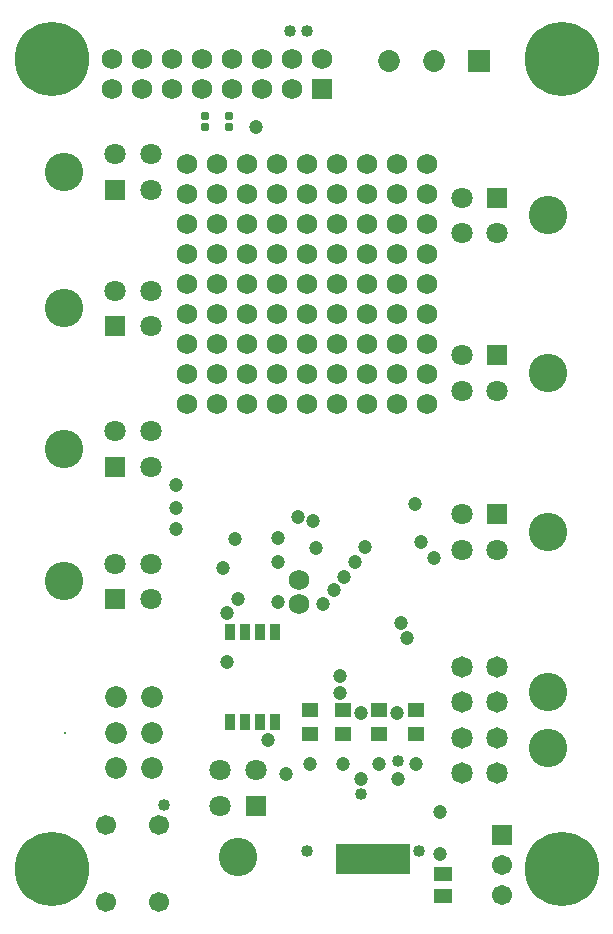
<source format=gbr>
%TF.GenerationSoftware,Altium Limited,Altium Designer,20.1.14 (287)*%
G04 Layer_Color=8388736*
%FSLAX25Y25*%
%MOIN*%
%TF.SameCoordinates,66620FBD-E1AE-4FB5-826F-034038840454*%
%TF.FilePolarity,Negative*%
%TF.FileFunction,Soldermask,Top*%
%TF.Part,Single*%
G01*
G75*
%TA.AperFunction,NonConductor*%
%ADD50R,0.25000X0.10000*%
%TA.AperFunction,SMDPad,CuDef*%
%ADD52R,0.06312X0.04934*%
%TA.AperFunction,ComponentPad*%
%ADD57C,0.06800*%
%ADD58C,0.12808*%
%ADD59C,0.07119*%
%ADD60R,0.07119X0.07119*%
%ADD61R,0.06902X0.06902*%
%ADD62C,0.06902*%
%ADD63C,0.07178*%
%ADD64C,0.06698*%
%ADD65R,0.04600X0.04600*%
%ADD66C,0.04600*%
%ADD67R,0.07119X0.07119*%
%ADD68R,0.07296X0.07296*%
%ADD69C,0.07296*%
%ADD70C,0.07217*%
%ADD71C,0.00800*%
%ADD72R,0.06706X0.06706*%
%ADD73C,0.06706*%
%TA.AperFunction,ViaPad*%
%ADD74C,0.04737*%
%ADD75C,0.24800*%
%TA.AperFunction,SMDPad,CuDef*%
%ADD83C,0.04000*%
%ADD84R,0.03792X0.05800*%
%ADD85R,0.05524X0.05131*%
G04:AMPARAMS|DCode=86|XSize=29.65mil|YSize=27.69mil|CornerRadius=6.46mil|HoleSize=0mil|Usage=FLASHONLY|Rotation=0.000|XOffset=0mil|YOffset=0mil|HoleType=Round|Shape=RoundedRectangle|*
%AMROUNDEDRECTD86*
21,1,0.02965,0.01476,0,0,0.0*
21,1,0.01673,0.02769,0,0,0.0*
1,1,0.01292,0.00837,-0.00738*
1,1,0.01292,-0.00837,-0.00738*
1,1,0.01292,-0.00837,0.00738*
1,1,0.01292,0.00837,0.00738*
%
%ADD86ROUNDEDRECTD86*%
D50*
X122000Y18500D02*
D03*
D52*
X145500Y6020D02*
D03*
Y13500D02*
D03*
D57*
X130000Y250000D02*
D03*
X120000D02*
D03*
X110000D02*
D03*
X60000Y190000D02*
D03*
Y170000D02*
D03*
Y180000D02*
D03*
X97500Y103500D02*
D03*
Y111500D02*
D03*
X140000Y190000D02*
D03*
Y180000D02*
D03*
Y170000D02*
D03*
Y200000D02*
D03*
Y230000D02*
D03*
X120000Y170000D02*
D03*
X130000D02*
D03*
X140000Y210000D02*
D03*
Y220000D02*
D03*
X110000Y170000D02*
D03*
X100000D02*
D03*
X90000D02*
D03*
X80000D02*
D03*
X70000D02*
D03*
X60000Y210000D02*
D03*
X100000Y250000D02*
D03*
X90000D02*
D03*
X80000D02*
D03*
X130000Y240000D02*
D03*
X120000D02*
D03*
X110000D02*
D03*
X100000D02*
D03*
X90000D02*
D03*
X80000D02*
D03*
X110000Y230000D02*
D03*
X100000D02*
D03*
X90000D02*
D03*
X80000D02*
D03*
X70000D02*
D03*
X60000Y220000D02*
D03*
X70000Y190000D02*
D03*
X80000Y220000D02*
D03*
X70000D02*
D03*
X140000Y250000D02*
D03*
X90000Y190000D02*
D03*
X80000Y180000D02*
D03*
X120000Y230000D02*
D03*
X130000D02*
D03*
X140000Y240000D02*
D03*
X90000Y180000D02*
D03*
X70000Y210000D02*
D03*
X130000Y220000D02*
D03*
X120000D02*
D03*
X110000D02*
D03*
X100000D02*
D03*
X90000D02*
D03*
X130000Y210000D02*
D03*
X120000D02*
D03*
X110000D02*
D03*
X100000D02*
D03*
X90000D02*
D03*
X80000D02*
D03*
X120000Y200000D02*
D03*
X110000D02*
D03*
X100000D02*
D03*
X90000D02*
D03*
X80000D02*
D03*
X70000D02*
D03*
Y250000D02*
D03*
X100000Y190000D02*
D03*
X70000Y180000D02*
D03*
X130000D02*
D03*
X120000D02*
D03*
X110000D02*
D03*
X100000D02*
D03*
X70000Y240000D02*
D03*
X80000Y190000D02*
D03*
X60000Y200000D02*
D03*
X130000D02*
D03*
X60000Y230000D02*
D03*
X110000Y190000D02*
D03*
X130000D02*
D03*
X120000D02*
D03*
X60000Y240000D02*
D03*
Y250000D02*
D03*
D58*
X19193Y155095D02*
D03*
X180500Y74004D02*
D03*
Y55500D02*
D03*
Y233000D02*
D03*
Y180500D02*
D03*
Y127500D02*
D03*
X19193Y111000D02*
D03*
Y202000D02*
D03*
Y247500D02*
D03*
X77000Y19193D02*
D03*
D59*
X48012Y161000D02*
D03*
Y149189D02*
D03*
X36201Y161000D02*
D03*
X151681Y227095D02*
D03*
Y238906D02*
D03*
X163492Y227095D02*
D03*
X151681Y174594D02*
D03*
Y186406D02*
D03*
X163492Y174594D02*
D03*
X151681Y121595D02*
D03*
Y133405D02*
D03*
X163492Y121595D02*
D03*
X48012Y116905D02*
D03*
Y105095D02*
D03*
X36201Y116905D02*
D03*
X48012Y207906D02*
D03*
Y196095D02*
D03*
X36201Y207906D02*
D03*
X48012Y253405D02*
D03*
Y241595D02*
D03*
X36201Y253405D02*
D03*
X71095Y48012D02*
D03*
X82906D02*
D03*
X71095Y36201D02*
D03*
D60*
X36201Y149189D02*
D03*
X163492Y238906D02*
D03*
Y186406D02*
D03*
Y133405D02*
D03*
X36201Y105095D02*
D03*
Y196095D02*
D03*
Y241595D02*
D03*
D61*
X105000Y275000D02*
D03*
D62*
X95000D02*
D03*
X85000D02*
D03*
X75000D02*
D03*
X65000D02*
D03*
X55000D02*
D03*
X45000D02*
D03*
X35000D02*
D03*
X105000Y285000D02*
D03*
X95000D02*
D03*
X85000D02*
D03*
X75000D02*
D03*
X65000D02*
D03*
X55000D02*
D03*
X45000D02*
D03*
X35000D02*
D03*
D63*
X151681Y47035D02*
D03*
Y58846D02*
D03*
Y70657D02*
D03*
Y82468D02*
D03*
X163492Y47035D02*
D03*
Y58846D02*
D03*
Y70657D02*
D03*
Y82468D02*
D03*
D64*
X33142Y4205D02*
D03*
Y29795D02*
D03*
X50858D02*
D03*
Y4205D02*
D03*
D65*
X112000Y16000D02*
D03*
D66*
Y21000D02*
D03*
X117000Y16000D02*
D03*
Y21000D02*
D03*
X122000Y16000D02*
D03*
Y21000D02*
D03*
X127000Y16000D02*
D03*
Y21000D02*
D03*
X132000Y16000D02*
D03*
Y21000D02*
D03*
D67*
X82906Y36201D02*
D03*
D68*
X157500Y284500D02*
D03*
D69*
X142500D02*
D03*
X127500D02*
D03*
D70*
X36508Y72311D02*
D03*
Y60500D02*
D03*
Y48689D02*
D03*
X48319D02*
D03*
Y60500D02*
D03*
Y72311D02*
D03*
D71*
X19500Y60500D02*
D03*
D72*
X165000Y26500D02*
D03*
D73*
Y16500D02*
D03*
Y6500D02*
D03*
D74*
X83000Y262500D02*
D03*
X73265Y84000D02*
D03*
X103000Y122000D02*
D03*
X102000Y131000D02*
D03*
X90500Y117500D02*
D03*
X142290Y118710D02*
D03*
X131500Y97000D02*
D03*
X76000Y125000D02*
D03*
X119500Y122500D02*
D03*
X111000Y73768D02*
D03*
X90500Y125500D02*
D03*
Y104000D02*
D03*
X138000Y124000D02*
D03*
X112500Y112500D02*
D03*
X109000Y108000D02*
D03*
X111000Y79500D02*
D03*
X136097Y136904D02*
D03*
X105500Y103500D02*
D03*
X97000Y132500D02*
D03*
X77122Y105055D02*
D03*
X133500Y92000D02*
D03*
X115977Y117500D02*
D03*
X73500Y100500D02*
D03*
X72000Y115516D02*
D03*
X87000Y58000D02*
D03*
X101000Y50000D02*
D03*
X93000Y46821D02*
D03*
X144500Y34000D02*
D03*
Y20000D02*
D03*
X136500Y50000D02*
D03*
X118000Y67000D02*
D03*
X130000D02*
D03*
X130500Y45000D02*
D03*
X124000Y50000D02*
D03*
X112000D02*
D03*
X118000Y45000D02*
D03*
X56500Y143000D02*
D03*
Y135500D02*
D03*
Y128500D02*
D03*
D75*
X185000Y285000D02*
D03*
X15000D02*
D03*
X185000Y15000D02*
D03*
X15000D02*
D03*
D83*
X100000Y294500D02*
D03*
X52500Y36500D02*
D03*
X94500Y294500D02*
D03*
X100000Y21000D02*
D03*
X137500D02*
D03*
X130500Y51000D02*
D03*
X118000Y40000D02*
D03*
D84*
X74500Y94000D02*
D03*
X79500D02*
D03*
X84500D02*
D03*
X89500D02*
D03*
Y64000D02*
D03*
X84500D02*
D03*
X79500D02*
D03*
X74500D02*
D03*
D85*
X101000Y60000D02*
D03*
Y68268D02*
D03*
X136500Y60000D02*
D03*
Y68268D02*
D03*
X112000Y60000D02*
D03*
Y68268D02*
D03*
X124000Y60000D02*
D03*
Y68268D02*
D03*
D86*
X74000Y262500D02*
D03*
Y266043D02*
D03*
X66000Y262500D02*
D03*
Y266043D02*
D03*
%TF.MD5,bfa6a80d5a0d31ee82a8e7ebaf0cbd29*%
M02*

</source>
